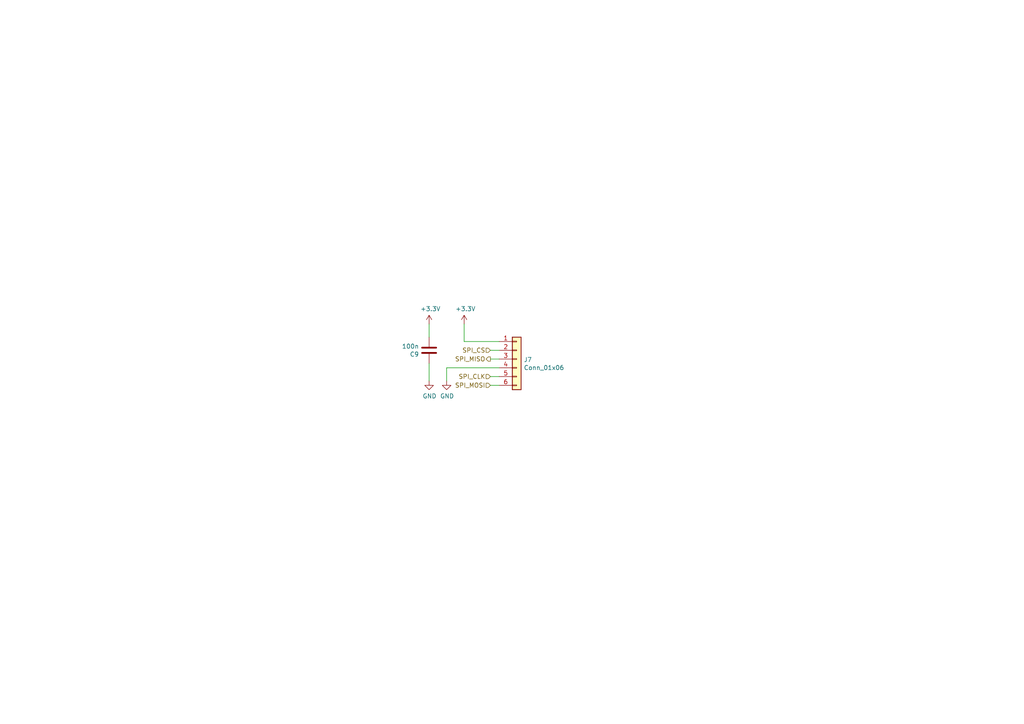
<source format=kicad_sch>
(kicad_sch (version 20230121) (generator eeschema)
  (paper "A4")
  (title_block (title "WS2812 Simple Controller") (date "2023-03-09") (company "Stefan Misik") (comment 1 "SPI Flash Module"))
  (lib_symbols
    (symbol "Connector_Generic:Conn_01x06" (pin_names (offset 1.016) hide)
      (property "Reference" "J" (at 0 7.62 0))
      (property "Value" "Conn_01x06" (at 0 -10.16 0))
      (symbol "Conn_01x06_1_1"
        (rectangle (start -1.27 -7.493) (end 0 -7.747) (stroke (width 0.1524)))
        (rectangle (start -1.27 -4.953) (end 0 -5.207) (stroke (width 0.1524)))
        (rectangle (start -1.27 -2.413) (end 0 -2.667) (stroke (width 0.1524)))
        (rectangle (start -1.27 0.127) (end 0 -0.127) (stroke (width 0.1524)))
        (rectangle (start -1.27 2.667) (end 0 2.413) (stroke (width 0.1524)))
        (rectangle (start -1.27 5.207) (end 0 4.953) (stroke (width 0.1524)))
        (rectangle (start -1.27 6.35) (end 1.27 -8.89) (stroke (width 0.254)) (fill (type background)))
        (pin passive line (at -5.08 5.08 0) (length 3.81) (name "Pin_1") (number "1"))
        (pin passive line (at -5.08 2.54 0) (length 3.81) (name "Pin_2") (number "2"))
        (pin passive line (at -5.08 0 0) (length 3.81) (name "Pin_3") (number "3"))
        (pin passive line (at -5.08 -2.54 0) (length 3.81) (name "Pin_4") (number "4"))
        (pin passive line (at -5.08 -5.08 0) (length 3.81) (name "Pin_5") (number "5"))
        (pin passive line (at -5.08 -7.62 0) (length 3.81) (name "Pin_6") (number "6"))
      )
    )
    (symbol "Device:C" (pin_numbers hide) (pin_names (offset 0.254))
      (property "Reference" "C" (at 0.635 2.54 0))
      (property "Value" "C" (at 0.635 -2.54 0))
      (symbol "C_0_1"
        (polyline (pts (xy -2.032 -0.762) (xy 2.032 -0.762)) (stroke (width 0.508)))
        (polyline (pts (xy -2.032 0.762) (xy 2.032 0.762)) (stroke (width 0.508)))
      )
      (symbol "C_1_1"
        (pin passive line (at 0 3.81 270) (length 2.794) (name "~") (number "1"))
        (pin passive line (at 0 -3.81 90) (length 2.794) (name "~") (number "2"))
      )
    )
    (symbol "power:+3.3V" (power) (pin_names (offset 0))
      (property "Value" "+3.3V" (at 0 3.556 0))
      (symbol "+3.3V_0_1"
        (polyline (pts (xy -0.762 1.27) (xy 0 2.54)))
        (polyline (pts (xy 0 0) (xy 0 2.54)))
        (polyline (pts (xy 0 2.54) (xy 0.762 1.27)))
      )
      (symbol "+3.3V_1_1"
        (pin power_in line (at 0 0 90) (length 0) hide (name "+3.3V") (number "1"))
      )
    )
    (symbol "power:GND" (power) (pin_names (offset 0))
      (property "Value" "GND" (at 0 -3.81 0))
      (symbol "GND_0_1"
        (polyline (pts (xy 0 0) (xy 0 -1.27) (xy 1.27 -1.27) (xy 0 -2.54) (xy -1.27 -1.27) (xy 0 -1.27)))
      )
      (symbol "GND_1_1"
        (pin power_in line (at 0 0 270) (length 0) hide (name "GND") (number "1"))
      )
    )
  )
  (wire (pts (xy 142.24 101.6) (xy 144.78 101.6)))
  (wire (pts (xy 142.24 104.14) (xy 144.78 104.14)))
  (wire (pts (xy 124.46 93.98) (xy 124.46 97.79)))
  (wire (pts (xy 129.54 110.49) (xy 129.54 106.68)))
  (wire (pts (xy 124.46 105.41) (xy 124.46 110.49)))
  (wire (pts (xy 134.62 93.98) (xy 134.62 99.06)))
  (wire (pts (xy 134.62 99.06) (xy 144.78 99.06)))
  (wire (pts (xy 142.24 109.22) (xy 144.78 109.22)))
  (wire (pts (xy 129.54 106.68) (xy 144.78 106.68)))
  (wire (pts (xy 142.24 111.76) (xy 144.78 111.76)))
  (hierarchical_label "SPI_MOSI" (shape input) (at 142.24 111.76 180))
  (hierarchical_label "SPI_CLK" (shape input) (at 142.24 109.22 180))
  (hierarchical_label "SPI_CS" (shape input) (at 142.24 101.6 180))
  (hierarchical_label "SPI_MISO" (shape output) (at 142.24 104.14 180))
  (symbol (lib_id "power:+3.3V") (at 134.62 93.98 0) (unit 1)
    (property "Reference" "#PWR039" (effects hide))
    (property "Value" "+3.3V" (at 135.001 89.5858 0))
    (instances (project "simple_control" (path "" (reference "#PWR039") (unit 1)) (path "" (reference "#PWR01302") (unit 1))) (project "control" (path "" (reference "#PWR0326") (unit 1))))
  )
  (symbol (lib_id "power:+3.3V") (at 124.46 93.98 0) (unit 1)
    (property "Reference" "#PWR036" (effects hide))
    (property "Value" "+3.3V" (at 124.841 89.5858 0))
    (instances (project "simple_control" (path "" (reference "#PWR036") (unit 1)) (path "" (reference "#PWR01301") (unit 1))) (project "control" (path "" (reference "#PWR0325") (unit 1))))
  )
  (symbol (lib_id "power:GND") (at 124.46 110.49 0) (unit 1)
    (property "Reference" "#PWR037" (effects hide))
    (property "Value" "GND" (at 124.587 114.8842 0))
    (instances (project "simple_control" (path "" (reference "#PWR037") (unit 1)) (path "" (reference "#PWR01303") (unit 1))) (project "control" (path "" (reference "#PWR0327") (unit 1))))
  )
  (symbol (lib_id "power:GND") (at 129.54 110.49 0) (unit 1)
    (property "Reference" "#PWR038" (effects hide))
    (property "Value" "GND" (at 129.667 114.8842 0))
    (instances (project "simple_control" (path "" (reference "#PWR038") (unit 1)) (path "" (reference "#PWR01304") (unit 1))) (project "control" (path "" (reference "#PWR0328") (unit 1))))
  )
  (symbol (lib_id "Connector_Generic:Conn_01x06") (at 149.86 104.14 0) (unit 1)
    (property "Reference" "J7" (at 151.892 104.3432 0) (effects (justify left)))
    (property "Value" "Conn_01x06" (at 151.892 106.6546 0) (effects (justify left)))
    (property "Footprint" "Connector_PinSocket_2.54mm:PinSocket_1x06_P2.54mm_Vertical" (effects hide))
    (instances (project "simple_control" (path "" (reference "J7") (unit 1)) (path "" (reference "J1301") (unit 1))) (project "control" (path "" (reference "J306") (unit 1))))
  )
  (symbol (lib_id "Device:C") (at 124.46 101.6 180) (unit 1)
    (property "Reference" "C9" (at 121.539 102.7684 0) (effects (justify left)))
    (property "Value" "100n" (at 121.539 100.457 0) (effects (justify left)))
    (property "Footprint" "Capacitor_SMD:C_0805_2012Metric_Pad1.18x1.45mm_HandSolder" (effects hide))
    (instances (project "simple_control" (path "" (reference "C9") (unit 1)) (path "" (reference "C1301") (unit 1))) (project "control" (path "" (reference "C308") (unit 1))))
  )
)
</source>
